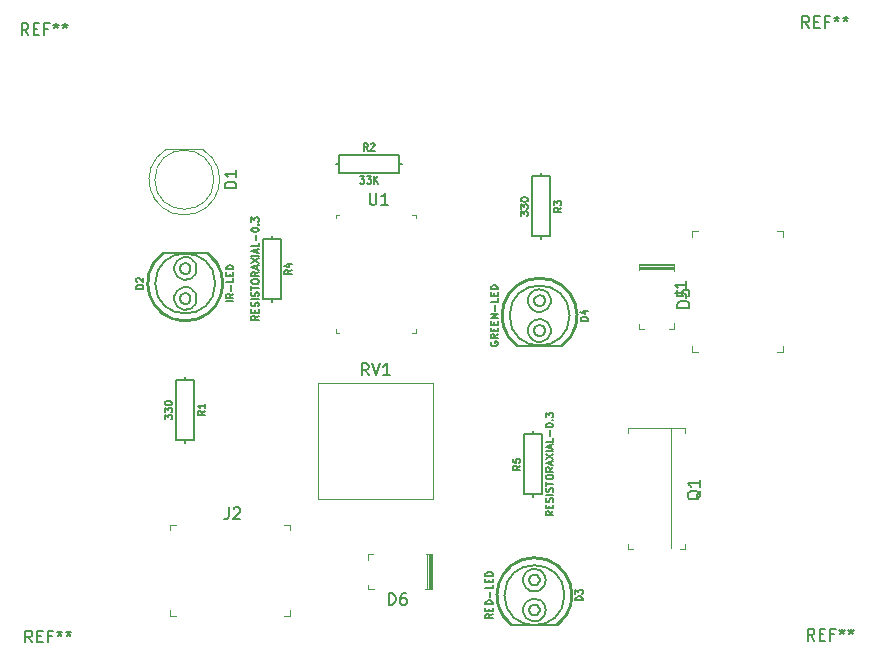
<source format=gbr>
G04 #@! TF.GenerationSoftware,KiCad,Pcbnew,(5.1.2)-2*
G04 #@! TF.CreationDate,2020-03-15T13:57:48-03:00*
G04 #@! TF.ProjectId,InfraRedGelUniversalDispenser,496e6672-6152-4656-9447-656c556e6976,00*
G04 #@! TF.SameCoordinates,Original*
G04 #@! TF.FileFunction,Legend,Top*
G04 #@! TF.FilePolarity,Positive*
%FSLAX46Y46*%
G04 Gerber Fmt 4.6, Leading zero omitted, Abs format (unit mm)*
G04 Created by KiCad (PCBNEW (5.1.2)-2) date 2020-03-15 13:57:48*
%MOMM*%
%LPD*%
G04 APERTURE LIST*
%ADD10C,0.100000*%
%ADD11C,0.254000*%
%ADD12C,0.152400*%
%ADD13C,0.127000*%
%ADD14C,0.203200*%
%ADD15C,0.120000*%
%ADD16C,0.150000*%
G04 APERTURE END LIST*
D10*
X131370201Y-88422801D02*
X131670201Y-88422801D01*
X131370201Y-88122801D02*
X131370201Y-88422801D01*
X138170201Y-88422801D02*
X137870201Y-88422801D01*
X138170201Y-88122801D02*
X138170201Y-88422801D01*
X138170201Y-78422801D02*
X137870201Y-78422801D01*
X138170201Y-78722801D02*
X138170201Y-78422801D01*
X131370201Y-78422801D02*
X131670201Y-78422801D01*
X131370201Y-78722801D02*
X131370201Y-78422801D01*
D11*
X150548468Y-89482197D02*
G75*
G03X146735800Y-89484200I-1907668J2537997D01*
G01*
D12*
X151180800Y-86944200D02*
G75*
G03X151180800Y-86944200I-2540000J0D01*
G01*
D13*
X148206460Y-88310720D02*
X148196300Y-88214200D01*
X148239480Y-88402160D02*
X148206460Y-88310720D01*
X148290280Y-88485980D02*
X148239480Y-88402160D01*
X148358860Y-88557100D02*
X148290280Y-88485980D01*
X148442680Y-88610440D02*
X148358860Y-88557100D01*
X148534120Y-88643460D02*
X148442680Y-88610440D01*
X148633180Y-88653620D02*
X148534120Y-88643460D01*
X148729700Y-88646000D02*
X148633180Y-88653620D01*
X148826220Y-88612980D02*
X148729700Y-88646000D01*
X148912580Y-88562180D02*
X148826220Y-88612980D01*
X148983700Y-88491060D02*
X148912580Y-88562180D01*
X149039580Y-88407240D02*
X148983700Y-88491060D01*
X149072600Y-88313260D02*
X149039580Y-88407240D01*
X149085300Y-88214200D02*
X149072600Y-88313260D01*
X149072600Y-88112600D02*
X149085300Y-88214200D01*
X149037040Y-88016080D02*
X149072600Y-88112600D01*
X148981160Y-87932260D02*
X149037040Y-88016080D01*
X148904960Y-87861140D02*
X148981160Y-87932260D01*
X148818600Y-87807800D02*
X148904960Y-87861140D01*
X148722080Y-87777320D02*
X148818600Y-87807800D01*
X148623020Y-87769700D02*
X148722080Y-87777320D01*
X148526500Y-87782400D02*
X148623020Y-87769700D01*
X148435060Y-87815420D02*
X148526500Y-87782400D01*
X148353780Y-87868760D02*
X148435060Y-87815420D01*
X148285200Y-87939880D02*
X148353780Y-87868760D01*
X148236940Y-88023700D02*
X148285200Y-87939880D01*
X148206460Y-88115140D02*
X148236940Y-88023700D01*
X148196300Y-88214200D02*
X148206460Y-88115140D01*
X147706080Y-88399620D02*
X147688300Y-88214200D01*
X147756880Y-88574880D02*
X147706080Y-88399620D01*
X147840700Y-88737440D02*
X147756880Y-88574880D01*
X147957540Y-88882220D02*
X147840700Y-88737440D01*
X148097240Y-88999060D02*
X147957540Y-88882220D01*
X148259800Y-89087960D02*
X148097240Y-88999060D01*
X148435060Y-89143840D02*
X148259800Y-89087960D01*
X148615400Y-89164160D02*
X148435060Y-89143840D01*
X148780500Y-89151460D02*
X148615400Y-89164160D01*
X148945600Y-89110820D02*
X148780500Y-89151460D01*
X149098000Y-89039700D02*
X148945600Y-89110820D01*
X149237700Y-88945720D02*
X149098000Y-89039700D01*
X149357080Y-88828880D02*
X149237700Y-88945720D01*
X149456140Y-88694260D02*
X149357080Y-88828880D01*
X149529800Y-88541860D02*
X149456140Y-88694260D01*
X149575520Y-88379300D02*
X149529800Y-88541860D01*
X149593300Y-88214200D02*
X149575520Y-88379300D01*
X149575520Y-88046560D02*
X149593300Y-88214200D01*
X149529800Y-87884000D02*
X149575520Y-88046560D01*
X149456140Y-87731600D02*
X149529800Y-87884000D01*
X149359620Y-87596980D02*
X149456140Y-87731600D01*
X149240240Y-87477600D02*
X149359620Y-87596980D01*
X149100540Y-87383620D02*
X149240240Y-87477600D01*
X148948140Y-87315040D02*
X149100540Y-87383620D01*
X148783040Y-87274400D02*
X148948140Y-87315040D01*
X148620480Y-87261700D02*
X148783040Y-87274400D01*
X148435060Y-87282020D02*
X148620480Y-87261700D01*
X148259800Y-87337900D02*
X148435060Y-87282020D01*
X148097240Y-87426800D02*
X148259800Y-87337900D01*
X147957540Y-87546180D02*
X148097240Y-87426800D01*
X147840700Y-87690960D02*
X147957540Y-87546180D01*
X147756880Y-87853520D02*
X147840700Y-87690960D01*
X147706080Y-88031320D02*
X147756880Y-87853520D01*
X147688300Y-88214200D02*
X147706080Y-88031320D01*
X148206460Y-85773260D02*
X148196300Y-85674200D01*
X148239480Y-85864700D02*
X148206460Y-85773260D01*
X148290280Y-85948520D02*
X148239480Y-85864700D01*
X148358860Y-86019640D02*
X148290280Y-85948520D01*
X148442680Y-86072980D02*
X148358860Y-86019640D01*
X148534120Y-86106000D02*
X148442680Y-86072980D01*
X148633180Y-86116160D02*
X148534120Y-86106000D01*
X148729700Y-86108540D02*
X148633180Y-86116160D01*
X148826220Y-86075520D02*
X148729700Y-86108540D01*
X148912580Y-86024720D02*
X148826220Y-86075520D01*
X148983700Y-85953600D02*
X148912580Y-86024720D01*
X149039580Y-85869780D02*
X148983700Y-85953600D01*
X149072600Y-85775800D02*
X149039580Y-85869780D01*
X149085300Y-85674200D02*
X149072600Y-85775800D01*
X149072600Y-85575140D02*
X149085300Y-85674200D01*
X149037040Y-85478620D02*
X149072600Y-85575140D01*
X148981160Y-85394800D02*
X149037040Y-85478620D01*
X148904960Y-85323680D02*
X148981160Y-85394800D01*
X148818600Y-85270340D02*
X148904960Y-85323680D01*
X148722080Y-85239860D02*
X148818600Y-85270340D01*
X148623020Y-85229700D02*
X148722080Y-85239860D01*
X148526500Y-85244940D02*
X148623020Y-85229700D01*
X148435060Y-85277960D02*
X148526500Y-85244940D01*
X148353780Y-85331300D02*
X148435060Y-85277960D01*
X148285200Y-85402420D02*
X148353780Y-85331300D01*
X148236940Y-85486240D02*
X148285200Y-85402420D01*
X148206460Y-85577680D02*
X148236940Y-85486240D01*
X148196300Y-85674200D02*
X148206460Y-85577680D01*
X147706080Y-85862160D02*
X147688300Y-85676740D01*
X147756880Y-86037420D02*
X147706080Y-85862160D01*
X147840700Y-86199980D02*
X147756880Y-86037420D01*
X147957540Y-86344760D02*
X147840700Y-86199980D01*
X148097240Y-86461600D02*
X147957540Y-86344760D01*
X148259800Y-86550500D02*
X148097240Y-86461600D01*
X148435060Y-86606380D02*
X148259800Y-86550500D01*
X148615400Y-86626700D02*
X148435060Y-86606380D01*
X148780500Y-86614000D02*
X148615400Y-86626700D01*
X148945600Y-86573360D02*
X148780500Y-86614000D01*
X149098000Y-86502240D02*
X148945600Y-86573360D01*
X149237700Y-86408260D02*
X149098000Y-86502240D01*
X149357080Y-86291420D02*
X149237700Y-86408260D01*
X149456140Y-86156800D02*
X149357080Y-86291420D01*
X149529800Y-86004400D02*
X149456140Y-86156800D01*
X149575520Y-85841840D02*
X149529800Y-86004400D01*
X149593300Y-85674200D02*
X149575520Y-85841840D01*
X149575520Y-85509100D02*
X149593300Y-85674200D01*
X149529800Y-85346540D02*
X149575520Y-85509100D01*
X149456140Y-85194140D02*
X149529800Y-85346540D01*
X149359620Y-85059520D02*
X149456140Y-85194140D01*
X149240240Y-84940140D02*
X149359620Y-85059520D01*
X149100540Y-84846160D02*
X149240240Y-84940140D01*
X148948140Y-84777580D02*
X149100540Y-84846160D01*
X148783040Y-84736940D02*
X148948140Y-84777580D01*
X148620480Y-84724240D02*
X148783040Y-84736940D01*
X148435060Y-84744560D02*
X148620480Y-84724240D01*
X148259800Y-84800440D02*
X148435060Y-84744560D01*
X148097240Y-84889340D02*
X148259800Y-84800440D01*
X147957540Y-85008720D02*
X148097240Y-84889340D01*
X147840700Y-85153500D02*
X147957540Y-85008720D01*
X147756880Y-85316060D02*
X147840700Y-85153500D01*
X147706080Y-85493860D02*
X147756880Y-85316060D01*
X147688300Y-85676740D02*
X147706080Y-85493860D01*
D14*
X146735800Y-89484200D02*
X150545800Y-89484200D01*
X146735800Y-89484200D02*
X150545800Y-89484200D01*
D11*
X150116668Y-113154997D02*
G75*
G03X146304000Y-113157000I-1907668J2537997D01*
G01*
D12*
X150749000Y-110617000D02*
G75*
G03X150749000Y-110617000I-2540000J0D01*
G01*
D13*
X147774660Y-111983520D02*
X147764500Y-111887000D01*
X147807680Y-112074960D02*
X147774660Y-111983520D01*
X147858480Y-112158780D02*
X147807680Y-112074960D01*
X147927060Y-112229900D02*
X147858480Y-112158780D01*
X148010880Y-112283240D02*
X147927060Y-112229900D01*
X148102320Y-112316260D02*
X148010880Y-112283240D01*
X148201380Y-112326420D02*
X148102320Y-112316260D01*
X148297900Y-112318800D02*
X148201380Y-112326420D01*
X148394420Y-112285780D02*
X148297900Y-112318800D01*
X148480780Y-112234980D02*
X148394420Y-112285780D01*
X148551900Y-112163860D02*
X148480780Y-112234980D01*
X148607780Y-112080040D02*
X148551900Y-112163860D01*
X148640800Y-111986060D02*
X148607780Y-112080040D01*
X148653500Y-111887000D02*
X148640800Y-111986060D01*
X148640800Y-111785400D02*
X148653500Y-111887000D01*
X148605240Y-111688880D02*
X148640800Y-111785400D01*
X148549360Y-111605060D02*
X148605240Y-111688880D01*
X148473160Y-111533940D02*
X148549360Y-111605060D01*
X148386800Y-111480600D02*
X148473160Y-111533940D01*
X148290280Y-111450120D02*
X148386800Y-111480600D01*
X148191220Y-111442500D02*
X148290280Y-111450120D01*
X148094700Y-111455200D02*
X148191220Y-111442500D01*
X148003260Y-111488220D02*
X148094700Y-111455200D01*
X147921980Y-111541560D02*
X148003260Y-111488220D01*
X147853400Y-111612680D02*
X147921980Y-111541560D01*
X147805140Y-111696500D02*
X147853400Y-111612680D01*
X147774660Y-111787940D02*
X147805140Y-111696500D01*
X147764500Y-111887000D02*
X147774660Y-111787940D01*
X147274280Y-112072420D02*
X147256500Y-111887000D01*
X147325080Y-112247680D02*
X147274280Y-112072420D01*
X147408900Y-112410240D02*
X147325080Y-112247680D01*
X147525740Y-112555020D02*
X147408900Y-112410240D01*
X147665440Y-112671860D02*
X147525740Y-112555020D01*
X147828000Y-112760760D02*
X147665440Y-112671860D01*
X148003260Y-112816640D02*
X147828000Y-112760760D01*
X148183600Y-112836960D02*
X148003260Y-112816640D01*
X148348700Y-112824260D02*
X148183600Y-112836960D01*
X148513800Y-112783620D02*
X148348700Y-112824260D01*
X148666200Y-112712500D02*
X148513800Y-112783620D01*
X148805900Y-112618520D02*
X148666200Y-112712500D01*
X148925280Y-112501680D02*
X148805900Y-112618520D01*
X149024340Y-112367060D02*
X148925280Y-112501680D01*
X149098000Y-112214660D02*
X149024340Y-112367060D01*
X149143720Y-112052100D02*
X149098000Y-112214660D01*
X149161500Y-111887000D02*
X149143720Y-112052100D01*
X149143720Y-111719360D02*
X149161500Y-111887000D01*
X149098000Y-111556800D02*
X149143720Y-111719360D01*
X149024340Y-111404400D02*
X149098000Y-111556800D01*
X148927820Y-111269780D02*
X149024340Y-111404400D01*
X148808440Y-111150400D02*
X148927820Y-111269780D01*
X148668740Y-111056420D02*
X148808440Y-111150400D01*
X148516340Y-110987840D02*
X148668740Y-111056420D01*
X148351240Y-110947200D02*
X148516340Y-110987840D01*
X148188680Y-110934500D02*
X148351240Y-110947200D01*
X148003260Y-110954820D02*
X148188680Y-110934500D01*
X147828000Y-111010700D02*
X148003260Y-110954820D01*
X147665440Y-111099600D02*
X147828000Y-111010700D01*
X147525740Y-111218980D02*
X147665440Y-111099600D01*
X147408900Y-111363760D02*
X147525740Y-111218980D01*
X147325080Y-111526320D02*
X147408900Y-111363760D01*
X147274280Y-111704120D02*
X147325080Y-111526320D01*
X147256500Y-111887000D02*
X147274280Y-111704120D01*
X147774660Y-109446060D02*
X147764500Y-109347000D01*
X147807680Y-109537500D02*
X147774660Y-109446060D01*
X147858480Y-109621320D02*
X147807680Y-109537500D01*
X147927060Y-109692440D02*
X147858480Y-109621320D01*
X148010880Y-109745780D02*
X147927060Y-109692440D01*
X148102320Y-109778800D02*
X148010880Y-109745780D01*
X148201380Y-109788960D02*
X148102320Y-109778800D01*
X148297900Y-109781340D02*
X148201380Y-109788960D01*
X148394420Y-109748320D02*
X148297900Y-109781340D01*
X148480780Y-109697520D02*
X148394420Y-109748320D01*
X148551900Y-109626400D02*
X148480780Y-109697520D01*
X148607780Y-109542580D02*
X148551900Y-109626400D01*
X148640800Y-109448600D02*
X148607780Y-109542580D01*
X148653500Y-109347000D02*
X148640800Y-109448600D01*
X148640800Y-109247940D02*
X148653500Y-109347000D01*
X148605240Y-109151420D02*
X148640800Y-109247940D01*
X148549360Y-109067600D02*
X148605240Y-109151420D01*
X148473160Y-108996480D02*
X148549360Y-109067600D01*
X148386800Y-108943140D02*
X148473160Y-108996480D01*
X148290280Y-108912660D02*
X148386800Y-108943140D01*
X148191220Y-108902500D02*
X148290280Y-108912660D01*
X148094700Y-108917740D02*
X148191220Y-108902500D01*
X148003260Y-108950760D02*
X148094700Y-108917740D01*
X147921980Y-109004100D02*
X148003260Y-108950760D01*
X147853400Y-109075220D02*
X147921980Y-109004100D01*
X147805140Y-109159040D02*
X147853400Y-109075220D01*
X147774660Y-109250480D02*
X147805140Y-109159040D01*
X147764500Y-109347000D02*
X147774660Y-109250480D01*
X147274280Y-109534960D02*
X147256500Y-109349540D01*
X147325080Y-109710220D02*
X147274280Y-109534960D01*
X147408900Y-109872780D02*
X147325080Y-109710220D01*
X147525740Y-110017560D02*
X147408900Y-109872780D01*
X147665440Y-110134400D02*
X147525740Y-110017560D01*
X147828000Y-110223300D02*
X147665440Y-110134400D01*
X148003260Y-110279180D02*
X147828000Y-110223300D01*
X148183600Y-110299500D02*
X148003260Y-110279180D01*
X148348700Y-110286800D02*
X148183600Y-110299500D01*
X148513800Y-110246160D02*
X148348700Y-110286800D01*
X148666200Y-110175040D02*
X148513800Y-110246160D01*
X148805900Y-110081060D02*
X148666200Y-110175040D01*
X148925280Y-109964220D02*
X148805900Y-110081060D01*
X149024340Y-109829600D02*
X148925280Y-109964220D01*
X149098000Y-109677200D02*
X149024340Y-109829600D01*
X149143720Y-109514640D02*
X149098000Y-109677200D01*
X149161500Y-109347000D02*
X149143720Y-109514640D01*
X149143720Y-109181900D02*
X149161500Y-109347000D01*
X149098000Y-109019340D02*
X149143720Y-109181900D01*
X149024340Y-108866940D02*
X149098000Y-109019340D01*
X148927820Y-108732320D02*
X149024340Y-108866940D01*
X148808440Y-108612940D02*
X148927820Y-108732320D01*
X148668740Y-108518960D02*
X148808440Y-108612940D01*
X148516340Y-108450380D02*
X148668740Y-108518960D01*
X148351240Y-108409740D02*
X148516340Y-108450380D01*
X148188680Y-108397040D02*
X148351240Y-108409740D01*
X148003260Y-108417360D02*
X148188680Y-108397040D01*
X147828000Y-108473240D02*
X148003260Y-108417360D01*
X147665440Y-108562140D02*
X147828000Y-108473240D01*
X147525740Y-108681520D02*
X147665440Y-108562140D01*
X147408900Y-108826300D02*
X147525740Y-108681520D01*
X147325080Y-108988860D02*
X147408900Y-108826300D01*
X147274280Y-109166660D02*
X147325080Y-108988860D01*
X147256500Y-109349540D02*
X147274280Y-109166660D01*
D14*
X146304000Y-113157000D02*
X150114000Y-113157000D01*
X146304000Y-113157000D02*
X150114000Y-113157000D01*
D11*
X116735732Y-81688403D02*
G75*
G03X120548400Y-81686400I1907668J-2537997D01*
G01*
D12*
X121183400Y-84226400D02*
G75*
G03X121183400Y-84226400I-2540000J0D01*
G01*
D13*
X119077740Y-82859880D02*
X119087900Y-82956400D01*
X119044720Y-82768440D02*
X119077740Y-82859880D01*
X118993920Y-82684620D02*
X119044720Y-82768440D01*
X118925340Y-82613500D02*
X118993920Y-82684620D01*
X118841520Y-82560160D02*
X118925340Y-82613500D01*
X118750080Y-82527140D02*
X118841520Y-82560160D01*
X118651020Y-82516980D02*
X118750080Y-82527140D01*
X118554500Y-82524600D02*
X118651020Y-82516980D01*
X118457980Y-82557620D02*
X118554500Y-82524600D01*
X118371620Y-82608420D02*
X118457980Y-82557620D01*
X118300500Y-82679540D02*
X118371620Y-82608420D01*
X118244620Y-82763360D02*
X118300500Y-82679540D01*
X118211600Y-82857340D02*
X118244620Y-82763360D01*
X118198900Y-82956400D02*
X118211600Y-82857340D01*
X118211600Y-83058000D02*
X118198900Y-82956400D01*
X118247160Y-83154520D02*
X118211600Y-83058000D01*
X118303040Y-83238340D02*
X118247160Y-83154520D01*
X118379240Y-83309460D02*
X118303040Y-83238340D01*
X118465600Y-83362800D02*
X118379240Y-83309460D01*
X118562120Y-83393280D02*
X118465600Y-83362800D01*
X118661180Y-83400900D02*
X118562120Y-83393280D01*
X118757700Y-83388200D02*
X118661180Y-83400900D01*
X118849140Y-83355180D02*
X118757700Y-83388200D01*
X118930420Y-83301840D02*
X118849140Y-83355180D01*
X118999000Y-83230720D02*
X118930420Y-83301840D01*
X119047260Y-83146900D02*
X118999000Y-83230720D01*
X119077740Y-83055460D02*
X119047260Y-83146900D01*
X119087900Y-82956400D02*
X119077740Y-83055460D01*
X119578120Y-82770980D02*
X119595900Y-82956400D01*
X119527320Y-82595720D02*
X119578120Y-82770980D01*
X119443500Y-82433160D02*
X119527320Y-82595720D01*
X119326660Y-82288380D02*
X119443500Y-82433160D01*
X119186960Y-82171540D02*
X119326660Y-82288380D01*
X119024400Y-82082640D02*
X119186960Y-82171540D01*
X118849140Y-82026760D02*
X119024400Y-82082640D01*
X118668800Y-82006440D02*
X118849140Y-82026760D01*
X118503700Y-82019140D02*
X118668800Y-82006440D01*
X118338600Y-82059780D02*
X118503700Y-82019140D01*
X118186200Y-82130900D02*
X118338600Y-82059780D01*
X118046500Y-82224880D02*
X118186200Y-82130900D01*
X117927120Y-82341720D02*
X118046500Y-82224880D01*
X117828060Y-82476340D02*
X117927120Y-82341720D01*
X117754400Y-82628740D02*
X117828060Y-82476340D01*
X117708680Y-82791300D02*
X117754400Y-82628740D01*
X117690900Y-82956400D02*
X117708680Y-82791300D01*
X117708680Y-83124040D02*
X117690900Y-82956400D01*
X117754400Y-83286600D02*
X117708680Y-83124040D01*
X117828060Y-83439000D02*
X117754400Y-83286600D01*
X117924580Y-83573620D02*
X117828060Y-83439000D01*
X118043960Y-83693000D02*
X117924580Y-83573620D01*
X118183660Y-83786980D02*
X118043960Y-83693000D01*
X118336060Y-83855560D02*
X118183660Y-83786980D01*
X118501160Y-83896200D02*
X118336060Y-83855560D01*
X118663720Y-83908900D02*
X118501160Y-83896200D01*
X118849140Y-83888580D02*
X118663720Y-83908900D01*
X119024400Y-83832700D02*
X118849140Y-83888580D01*
X119186960Y-83743800D02*
X119024400Y-83832700D01*
X119326660Y-83624420D02*
X119186960Y-83743800D01*
X119443500Y-83479640D02*
X119326660Y-83624420D01*
X119527320Y-83317080D02*
X119443500Y-83479640D01*
X119578120Y-83139280D02*
X119527320Y-83317080D01*
X119595900Y-82956400D02*
X119578120Y-83139280D01*
X119077740Y-85397340D02*
X119087900Y-85496400D01*
X119044720Y-85305900D02*
X119077740Y-85397340D01*
X118993920Y-85222080D02*
X119044720Y-85305900D01*
X118925340Y-85150960D02*
X118993920Y-85222080D01*
X118841520Y-85097620D02*
X118925340Y-85150960D01*
X118750080Y-85064600D02*
X118841520Y-85097620D01*
X118651020Y-85054440D02*
X118750080Y-85064600D01*
X118554500Y-85062060D02*
X118651020Y-85054440D01*
X118457980Y-85095080D02*
X118554500Y-85062060D01*
X118371620Y-85145880D02*
X118457980Y-85095080D01*
X118300500Y-85217000D02*
X118371620Y-85145880D01*
X118244620Y-85300820D02*
X118300500Y-85217000D01*
X118211600Y-85394800D02*
X118244620Y-85300820D01*
X118198900Y-85496400D02*
X118211600Y-85394800D01*
X118211600Y-85595460D02*
X118198900Y-85496400D01*
X118247160Y-85691980D02*
X118211600Y-85595460D01*
X118303040Y-85775800D02*
X118247160Y-85691980D01*
X118379240Y-85846920D02*
X118303040Y-85775800D01*
X118465600Y-85900260D02*
X118379240Y-85846920D01*
X118562120Y-85930740D02*
X118465600Y-85900260D01*
X118661180Y-85940900D02*
X118562120Y-85930740D01*
X118757700Y-85925660D02*
X118661180Y-85940900D01*
X118849140Y-85892640D02*
X118757700Y-85925660D01*
X118930420Y-85839300D02*
X118849140Y-85892640D01*
X118999000Y-85768180D02*
X118930420Y-85839300D01*
X119047260Y-85684360D02*
X118999000Y-85768180D01*
X119077740Y-85592920D02*
X119047260Y-85684360D01*
X119087900Y-85496400D02*
X119077740Y-85592920D01*
X119578120Y-85308440D02*
X119595900Y-85493860D01*
X119527320Y-85133180D02*
X119578120Y-85308440D01*
X119443500Y-84970620D02*
X119527320Y-85133180D01*
X119326660Y-84825840D02*
X119443500Y-84970620D01*
X119186960Y-84709000D02*
X119326660Y-84825840D01*
X119024400Y-84620100D02*
X119186960Y-84709000D01*
X118849140Y-84564220D02*
X119024400Y-84620100D01*
X118668800Y-84543900D02*
X118849140Y-84564220D01*
X118503700Y-84556600D02*
X118668800Y-84543900D01*
X118338600Y-84597240D02*
X118503700Y-84556600D01*
X118186200Y-84668360D02*
X118338600Y-84597240D01*
X118046500Y-84762340D02*
X118186200Y-84668360D01*
X117927120Y-84879180D02*
X118046500Y-84762340D01*
X117828060Y-85013800D02*
X117927120Y-84879180D01*
X117754400Y-85166200D02*
X117828060Y-85013800D01*
X117708680Y-85328760D02*
X117754400Y-85166200D01*
X117690900Y-85496400D02*
X117708680Y-85328760D01*
X117708680Y-85661500D02*
X117690900Y-85496400D01*
X117754400Y-85824060D02*
X117708680Y-85661500D01*
X117828060Y-85976460D02*
X117754400Y-85824060D01*
X117924580Y-86111080D02*
X117828060Y-85976460D01*
X118043960Y-86230460D02*
X117924580Y-86111080D01*
X118183660Y-86324440D02*
X118043960Y-86230460D01*
X118336060Y-86393020D02*
X118183660Y-86324440D01*
X118501160Y-86433660D02*
X118336060Y-86393020D01*
X118663720Y-86446360D02*
X118501160Y-86433660D01*
X118849140Y-86426040D02*
X118663720Y-86446360D01*
X119024400Y-86370160D02*
X118849140Y-86426040D01*
X119186960Y-86281260D02*
X119024400Y-86370160D01*
X119326660Y-86161880D02*
X119186960Y-86281260D01*
X119443500Y-86017100D02*
X119326660Y-86161880D01*
X119527320Y-85854540D02*
X119443500Y-86017100D01*
X119578120Y-85676740D02*
X119527320Y-85854540D01*
X119595900Y-85493860D02*
X119578120Y-85676740D01*
D14*
X120548400Y-81686400D02*
X116738400Y-81686400D01*
X120548400Y-81686400D02*
X116738400Y-81686400D01*
D10*
X160921400Y-106700000D02*
X160521400Y-106700000D01*
X160921400Y-106300000D02*
X160921400Y-106700000D01*
X160921400Y-96500000D02*
X160921400Y-96900000D01*
X160921400Y-96500000D02*
X160521400Y-96500000D01*
X156121400Y-96500000D02*
X156121400Y-96900000D01*
X156121400Y-96500000D02*
X160521400Y-96500000D01*
X156121400Y-106700000D02*
X156121400Y-106300000D01*
X156121400Y-106700000D02*
X156521400Y-106700000D01*
X159811400Y-96500000D02*
X159811400Y-106600000D01*
X127542600Y-104684200D02*
X127042600Y-104684200D01*
X127542600Y-104684200D02*
X127542600Y-105134200D01*
X117342600Y-104684200D02*
X117342600Y-105134200D01*
X117342600Y-104684200D02*
X117842600Y-104684200D01*
X117342600Y-112384200D02*
X117842600Y-112384200D01*
X117342600Y-112384200D02*
X117342600Y-111884200D01*
X127542600Y-112384200D02*
X127542600Y-111884200D01*
X127542600Y-112384200D02*
X127042600Y-112384200D01*
X161580200Y-79801400D02*
X161580200Y-80301400D01*
X161580200Y-79801400D02*
X162030200Y-79801400D01*
X161580200Y-90001400D02*
X162030200Y-90001400D01*
X161580200Y-90001400D02*
X161580200Y-89501400D01*
X169280200Y-90001400D02*
X169280200Y-89501400D01*
X169280200Y-90001400D02*
X168780200Y-90001400D01*
X169280200Y-79801400D02*
X168780200Y-79801400D01*
X169280200Y-79801400D02*
X169280200Y-80301400D01*
X139152200Y-110110800D02*
X139152200Y-107160800D01*
X139252200Y-110110800D02*
X139252200Y-107160800D01*
X139352200Y-110110800D02*
X139352200Y-107160800D01*
X139452200Y-110110800D02*
X139452200Y-107160800D01*
X134102200Y-110110800D02*
X134102200Y-109735800D01*
X134602200Y-110110800D02*
X134102200Y-110110800D01*
X134102200Y-107160800D02*
X134502200Y-107160800D01*
X134102200Y-107610800D02*
X134102200Y-107160800D01*
X139552200Y-110110800D02*
X139552200Y-107160800D01*
X138952200Y-110110800D02*
X139552200Y-110110800D01*
X139552200Y-107160800D02*
X139052200Y-107160800D01*
X159996400Y-82996200D02*
X157046400Y-82996200D01*
X159996400Y-82896200D02*
X157046400Y-82896200D01*
X159996400Y-82796200D02*
X157046400Y-82796200D01*
X159996400Y-82696200D02*
X157046400Y-82696200D01*
X159996400Y-88046200D02*
X159621400Y-88046200D01*
X159996400Y-87546200D02*
X159996400Y-88046200D01*
X157046400Y-88046200D02*
X157046400Y-87646200D01*
X157496400Y-88046200D02*
X157046400Y-88046200D01*
X159996400Y-82596200D02*
X157046400Y-82596200D01*
X159996400Y-83196200D02*
X159996400Y-82596200D01*
X157046400Y-82596200D02*
X157046400Y-83096200D01*
D15*
X118567662Y-78428000D02*
G75*
G02X117022370Y-72878000I-462J2990000D01*
G01*
X118566738Y-78428000D02*
G75*
G03X120112030Y-72878000I462J2990000D01*
G01*
X121067200Y-75438000D02*
G75*
G03X121067200Y-75438000I-2500000J0D01*
G01*
X120112200Y-72878000D02*
X117022200Y-72878000D01*
X139645400Y-92676400D02*
X139645400Y-102446400D01*
X129875400Y-92676400D02*
X129875400Y-102446400D01*
X129875400Y-102446400D02*
X139645400Y-102446400D01*
X129875400Y-92676400D02*
X139645400Y-92676400D01*
D14*
X147345400Y-102082600D02*
X147345400Y-97002600D01*
X147345400Y-97002600D02*
X148107400Y-97002600D01*
X148107400Y-97002600D02*
X148869400Y-97002600D01*
X148869400Y-97002600D02*
X148869400Y-102082600D01*
X148869400Y-102082600D02*
X148107400Y-102082600D01*
X148107400Y-102082600D02*
X147345400Y-102082600D01*
X148107400Y-97002600D02*
X148107400Y-96748600D01*
X148107400Y-102082600D02*
X148107400Y-102336600D01*
X125984000Y-80441800D02*
X125984000Y-80187800D01*
X125984000Y-85521800D02*
X125984000Y-85775800D01*
X125984000Y-80441800D02*
X126746000Y-80441800D01*
X125222000Y-80441800D02*
X125984000Y-80441800D01*
X125222000Y-85521800D02*
X125222000Y-80441800D01*
X125984000Y-85521800D02*
X125222000Y-85521800D01*
X126746000Y-85521800D02*
X125984000Y-85521800D01*
X126746000Y-80441800D02*
X126746000Y-85521800D01*
X148793200Y-75158600D02*
X148793200Y-74904600D01*
X148793200Y-80238600D02*
X148793200Y-80492600D01*
X148793200Y-75158600D02*
X149555200Y-75158600D01*
X148031200Y-75158600D02*
X148793200Y-75158600D01*
X148031200Y-80238600D02*
X148031200Y-75158600D01*
X148793200Y-80238600D02*
X148031200Y-80238600D01*
X149555200Y-80238600D02*
X148793200Y-80238600D01*
X149555200Y-75158600D02*
X149555200Y-80238600D01*
X131673600Y-74091800D02*
X131419600Y-74091800D01*
X136753600Y-74091800D02*
X137007600Y-74091800D01*
X131673600Y-74091800D02*
X131673600Y-73329800D01*
X131673600Y-74853800D02*
X131673600Y-74091800D01*
X136753600Y-74853800D02*
X131673600Y-74853800D01*
X136753600Y-74091800D02*
X136753600Y-74853800D01*
X136753600Y-73329800D02*
X136753600Y-74091800D01*
X131673600Y-73329800D02*
X136753600Y-73329800D01*
X118643400Y-92379800D02*
X118643400Y-92125800D01*
X118643400Y-97459800D02*
X118643400Y-97713800D01*
X118643400Y-92379800D02*
X119405400Y-92379800D01*
X117881400Y-92379800D02*
X118643400Y-92379800D01*
X117881400Y-97459800D02*
X117881400Y-92379800D01*
X118643400Y-97459800D02*
X117881400Y-97459800D01*
X119405400Y-97459800D02*
X118643400Y-97459800D01*
X119405400Y-92379800D02*
X119405400Y-97459800D01*
D16*
X105372066Y-63206780D02*
X105038733Y-62730590D01*
X104800638Y-63206780D02*
X104800638Y-62206780D01*
X105181590Y-62206780D01*
X105276828Y-62254400D01*
X105324447Y-62302019D01*
X105372066Y-62397257D01*
X105372066Y-62540114D01*
X105324447Y-62635352D01*
X105276828Y-62682971D01*
X105181590Y-62730590D01*
X104800638Y-62730590D01*
X105800638Y-62682971D02*
X106133971Y-62682971D01*
X106276828Y-63206780D02*
X105800638Y-63206780D01*
X105800638Y-62206780D01*
X106276828Y-62206780D01*
X107038733Y-62682971D02*
X106705400Y-62682971D01*
X106705400Y-63206780D02*
X106705400Y-62206780D01*
X107181590Y-62206780D01*
X107705400Y-62206780D02*
X107705400Y-62444876D01*
X107467304Y-62349638D02*
X107705400Y-62444876D01*
X107943495Y-62349638D01*
X107562542Y-62635352D02*
X107705400Y-62444876D01*
X107848257Y-62635352D01*
X108467304Y-62206780D02*
X108467304Y-62444876D01*
X108229209Y-62349638D02*
X108467304Y-62444876D01*
X108705400Y-62349638D01*
X108324447Y-62635352D02*
X108467304Y-62444876D01*
X108610161Y-62635352D01*
X105676866Y-114616380D02*
X105343533Y-114140190D01*
X105105438Y-114616380D02*
X105105438Y-113616380D01*
X105486390Y-113616380D01*
X105581628Y-113664000D01*
X105629247Y-113711619D01*
X105676866Y-113806857D01*
X105676866Y-113949714D01*
X105629247Y-114044952D01*
X105581628Y-114092571D01*
X105486390Y-114140190D01*
X105105438Y-114140190D01*
X106105438Y-114092571D02*
X106438771Y-114092571D01*
X106581628Y-114616380D02*
X106105438Y-114616380D01*
X106105438Y-113616380D01*
X106581628Y-113616380D01*
X107343533Y-114092571D02*
X107010200Y-114092571D01*
X107010200Y-114616380D02*
X107010200Y-113616380D01*
X107486390Y-113616380D01*
X108010200Y-113616380D02*
X108010200Y-113854476D01*
X107772104Y-113759238D02*
X108010200Y-113854476D01*
X108248295Y-113759238D01*
X107867342Y-114044952D02*
X108010200Y-113854476D01*
X108153057Y-114044952D01*
X108772104Y-113616380D02*
X108772104Y-113854476D01*
X108534009Y-113759238D02*
X108772104Y-113854476D01*
X109010200Y-113759238D01*
X108629247Y-114044952D02*
X108772104Y-113854476D01*
X108914961Y-114044952D01*
X171920066Y-114463980D02*
X171586733Y-113987790D01*
X171348638Y-114463980D02*
X171348638Y-113463980D01*
X171729590Y-113463980D01*
X171824828Y-113511600D01*
X171872447Y-113559219D01*
X171920066Y-113654457D01*
X171920066Y-113797314D01*
X171872447Y-113892552D01*
X171824828Y-113940171D01*
X171729590Y-113987790D01*
X171348638Y-113987790D01*
X172348638Y-113940171D02*
X172681971Y-113940171D01*
X172824828Y-114463980D02*
X172348638Y-114463980D01*
X172348638Y-113463980D01*
X172824828Y-113463980D01*
X173586733Y-113940171D02*
X173253400Y-113940171D01*
X173253400Y-114463980D02*
X173253400Y-113463980D01*
X173729590Y-113463980D01*
X174253400Y-113463980D02*
X174253400Y-113702076D01*
X174015304Y-113606838D02*
X174253400Y-113702076D01*
X174491495Y-113606838D01*
X174110542Y-113892552D02*
X174253400Y-113702076D01*
X174396257Y-113892552D01*
X175015304Y-113463980D02*
X175015304Y-113702076D01*
X174777209Y-113606838D02*
X175015304Y-113702076D01*
X175253400Y-113606838D01*
X174872447Y-113892552D02*
X175015304Y-113702076D01*
X175158161Y-113892552D01*
X171462866Y-62597180D02*
X171129533Y-62120990D01*
X170891438Y-62597180D02*
X170891438Y-61597180D01*
X171272390Y-61597180D01*
X171367628Y-61644800D01*
X171415247Y-61692419D01*
X171462866Y-61787657D01*
X171462866Y-61930514D01*
X171415247Y-62025752D01*
X171367628Y-62073371D01*
X171272390Y-62120990D01*
X170891438Y-62120990D01*
X171891438Y-62073371D02*
X172224771Y-62073371D01*
X172367628Y-62597180D02*
X171891438Y-62597180D01*
X171891438Y-61597180D01*
X172367628Y-61597180D01*
X173129533Y-62073371D02*
X172796200Y-62073371D01*
X172796200Y-62597180D02*
X172796200Y-61597180D01*
X173272390Y-61597180D01*
X173796200Y-61597180D02*
X173796200Y-61835276D01*
X173558104Y-61740038D02*
X173796200Y-61835276D01*
X174034295Y-61740038D01*
X173653342Y-62025752D02*
X173796200Y-61835276D01*
X173939057Y-62025752D01*
X174558104Y-61597180D02*
X174558104Y-61835276D01*
X174320009Y-61740038D02*
X174558104Y-61835276D01*
X174796200Y-61740038D01*
X174415247Y-62025752D02*
X174558104Y-61835276D01*
X174700961Y-62025752D01*
X134258296Y-76555181D02*
X134258296Y-77364705D01*
X134305915Y-77459943D01*
X134353534Y-77507562D01*
X134448772Y-77555181D01*
X134639248Y-77555181D01*
X134734486Y-77507562D01*
X134782105Y-77459943D01*
X134829724Y-77364705D01*
X134829724Y-76555181D01*
X135829724Y-77555181D02*
X135258296Y-77555181D01*
X135544010Y-77555181D02*
X135544010Y-76555181D01*
X135448772Y-76698039D01*
X135353534Y-76793277D01*
X135258296Y-76840896D01*
D13*
X152726571Y-87394142D02*
X152116971Y-87394142D01*
X152116971Y-87249000D01*
X152146000Y-87161914D01*
X152204057Y-87103857D01*
X152262114Y-87074828D01*
X152378228Y-87045800D01*
X152465314Y-87045800D01*
X152581428Y-87074828D01*
X152639485Y-87103857D01*
X152697542Y-87161914D01*
X152726571Y-87249000D01*
X152726571Y-87394142D01*
X152320171Y-86523285D02*
X152726571Y-86523285D01*
X152087942Y-86668428D02*
X152523371Y-86813571D01*
X152523371Y-86436200D01*
X144526000Y-89164885D02*
X144496971Y-89222942D01*
X144496971Y-89310028D01*
X144526000Y-89397114D01*
X144584057Y-89455171D01*
X144642114Y-89484200D01*
X144758228Y-89513228D01*
X144845314Y-89513228D01*
X144961428Y-89484200D01*
X145019485Y-89455171D01*
X145077542Y-89397114D01*
X145106571Y-89310028D01*
X145106571Y-89251971D01*
X145077542Y-89164885D01*
X145048514Y-89135857D01*
X144845314Y-89135857D01*
X144845314Y-89251971D01*
X145106571Y-88526257D02*
X144816285Y-88729457D01*
X145106571Y-88874600D02*
X144496971Y-88874600D01*
X144496971Y-88642371D01*
X144526000Y-88584314D01*
X144555028Y-88555285D01*
X144613085Y-88526257D01*
X144700171Y-88526257D01*
X144758228Y-88555285D01*
X144787257Y-88584314D01*
X144816285Y-88642371D01*
X144816285Y-88874600D01*
X144787257Y-88265000D02*
X144787257Y-88061800D01*
X145106571Y-87974714D02*
X145106571Y-88265000D01*
X144496971Y-88265000D01*
X144496971Y-87974714D01*
X144787257Y-87713457D02*
X144787257Y-87510257D01*
X145106571Y-87423171D02*
X145106571Y-87713457D01*
X144496971Y-87713457D01*
X144496971Y-87423171D01*
X145106571Y-87161914D02*
X144496971Y-87161914D01*
X145106571Y-86813571D01*
X144496971Y-86813571D01*
X144874342Y-86523285D02*
X144874342Y-86058828D01*
X145106571Y-85478257D02*
X145106571Y-85768542D01*
X144496971Y-85768542D01*
X144787257Y-85275057D02*
X144787257Y-85071857D01*
X145106571Y-84984771D02*
X145106571Y-85275057D01*
X144496971Y-85275057D01*
X144496971Y-84984771D01*
X145106571Y-84723514D02*
X144496971Y-84723514D01*
X144496971Y-84578371D01*
X144526000Y-84491285D01*
X144584057Y-84433228D01*
X144642114Y-84404200D01*
X144758228Y-84375171D01*
X144845314Y-84375171D01*
X144961428Y-84404200D01*
X145019485Y-84433228D01*
X145077542Y-84491285D01*
X145106571Y-84578371D01*
X145106571Y-84723514D01*
X152294771Y-111066942D02*
X151685171Y-111066942D01*
X151685171Y-110921800D01*
X151714200Y-110834714D01*
X151772257Y-110776657D01*
X151830314Y-110747628D01*
X151946428Y-110718600D01*
X152033514Y-110718600D01*
X152149628Y-110747628D01*
X152207685Y-110776657D01*
X152265742Y-110834714D01*
X152294771Y-110921800D01*
X152294771Y-111066942D01*
X151685171Y-110515400D02*
X151685171Y-110138028D01*
X151917400Y-110341228D01*
X151917400Y-110254142D01*
X151946428Y-110196085D01*
X151975457Y-110167057D01*
X152033514Y-110138028D01*
X152178657Y-110138028D01*
X152236714Y-110167057D01*
X152265742Y-110196085D01*
X152294771Y-110254142D01*
X152294771Y-110428314D01*
X152265742Y-110486371D01*
X152236714Y-110515400D01*
X144674771Y-112213571D02*
X144384485Y-112416771D01*
X144674771Y-112561914D02*
X144065171Y-112561914D01*
X144065171Y-112329685D01*
X144094200Y-112271628D01*
X144123228Y-112242600D01*
X144181285Y-112213571D01*
X144268371Y-112213571D01*
X144326428Y-112242600D01*
X144355457Y-112271628D01*
X144384485Y-112329685D01*
X144384485Y-112561914D01*
X144355457Y-111952314D02*
X144355457Y-111749114D01*
X144674771Y-111662028D02*
X144674771Y-111952314D01*
X144065171Y-111952314D01*
X144065171Y-111662028D01*
X144674771Y-111400771D02*
X144065171Y-111400771D01*
X144065171Y-111255628D01*
X144094200Y-111168542D01*
X144152257Y-111110485D01*
X144210314Y-111081457D01*
X144326428Y-111052428D01*
X144413514Y-111052428D01*
X144529628Y-111081457D01*
X144587685Y-111110485D01*
X144645742Y-111168542D01*
X144674771Y-111255628D01*
X144674771Y-111400771D01*
X144442542Y-110791171D02*
X144442542Y-110326714D01*
X144674771Y-109746142D02*
X144674771Y-110036428D01*
X144065171Y-110036428D01*
X144355457Y-109542942D02*
X144355457Y-109339742D01*
X144674771Y-109252657D02*
X144674771Y-109542942D01*
X144065171Y-109542942D01*
X144065171Y-109252657D01*
X144674771Y-108991400D02*
X144065171Y-108991400D01*
X144065171Y-108846257D01*
X144094200Y-108759171D01*
X144152257Y-108701114D01*
X144210314Y-108672085D01*
X144326428Y-108643057D01*
X144413514Y-108643057D01*
X144529628Y-108672085D01*
X144587685Y-108701114D01*
X144645742Y-108759171D01*
X144674771Y-108846257D01*
X144674771Y-108991400D01*
X115109171Y-84676342D02*
X114499571Y-84676342D01*
X114499571Y-84531200D01*
X114528600Y-84444114D01*
X114586657Y-84386057D01*
X114644714Y-84357028D01*
X114760828Y-84328000D01*
X114847914Y-84328000D01*
X114964028Y-84357028D01*
X115022085Y-84386057D01*
X115080142Y-84444114D01*
X115109171Y-84531200D01*
X115109171Y-84676342D01*
X114557628Y-84095771D02*
X114528600Y-84066742D01*
X114499571Y-84008685D01*
X114499571Y-83863542D01*
X114528600Y-83805485D01*
X114557628Y-83776457D01*
X114615685Y-83747428D01*
X114673742Y-83747428D01*
X114760828Y-83776457D01*
X115109171Y-84124800D01*
X115109171Y-83747428D01*
X122729171Y-85735885D02*
X122119571Y-85735885D01*
X122729171Y-85097257D02*
X122438885Y-85300457D01*
X122729171Y-85445600D02*
X122119571Y-85445600D01*
X122119571Y-85213371D01*
X122148600Y-85155314D01*
X122177628Y-85126285D01*
X122235685Y-85097257D01*
X122322771Y-85097257D01*
X122380828Y-85126285D01*
X122409857Y-85155314D01*
X122438885Y-85213371D01*
X122438885Y-85445600D01*
X122496942Y-84836000D02*
X122496942Y-84371542D01*
X122729171Y-83790971D02*
X122729171Y-84081257D01*
X122119571Y-84081257D01*
X122409857Y-83587771D02*
X122409857Y-83384571D01*
X122729171Y-83297485D02*
X122729171Y-83587771D01*
X122119571Y-83587771D01*
X122119571Y-83297485D01*
X122729171Y-83036228D02*
X122119571Y-83036228D01*
X122119571Y-82891085D01*
X122148600Y-82804000D01*
X122206657Y-82745942D01*
X122264714Y-82716914D01*
X122380828Y-82687885D01*
X122467914Y-82687885D01*
X122584028Y-82716914D01*
X122642085Y-82745942D01*
X122700142Y-82804000D01*
X122729171Y-82891085D01*
X122729171Y-83036228D01*
D16*
X162289019Y-101775238D02*
X162241400Y-101870476D01*
X162146161Y-101965714D01*
X162003304Y-102108571D01*
X161955685Y-102203809D01*
X161955685Y-102299047D01*
X162193780Y-102251428D02*
X162146161Y-102346666D01*
X162050923Y-102441904D01*
X161860447Y-102489523D01*
X161527114Y-102489523D01*
X161336638Y-102441904D01*
X161241400Y-102346666D01*
X161193780Y-102251428D01*
X161193780Y-102060952D01*
X161241400Y-101965714D01*
X161336638Y-101870476D01*
X161527114Y-101822857D01*
X161860447Y-101822857D01*
X162050923Y-101870476D01*
X162146161Y-101965714D01*
X162193780Y-102060952D01*
X162193780Y-102251428D01*
X162193780Y-100870476D02*
X162193780Y-101441904D01*
X162193780Y-101156190D02*
X161193780Y-101156190D01*
X161336638Y-101251428D01*
X161431876Y-101346666D01*
X161479495Y-101441904D01*
X122309266Y-103186580D02*
X122309266Y-103900866D01*
X122261647Y-104043723D01*
X122166409Y-104138961D01*
X122023552Y-104186580D01*
X121928314Y-104186580D01*
X122737838Y-103281819D02*
X122785457Y-103234200D01*
X122880695Y-103186580D01*
X123118790Y-103186580D01*
X123214028Y-103234200D01*
X123261647Y-103281819D01*
X123309266Y-103377057D01*
X123309266Y-103472295D01*
X123261647Y-103615152D01*
X122690219Y-104186580D01*
X123309266Y-104186580D01*
X160082580Y-85034733D02*
X160796866Y-85034733D01*
X160939723Y-85082352D01*
X161034961Y-85177590D01*
X161082580Y-85320447D01*
X161082580Y-85415685D01*
X161082580Y-84034733D02*
X161082580Y-84606161D01*
X161082580Y-84320447D02*
X160082580Y-84320447D01*
X160225438Y-84415685D01*
X160320676Y-84510923D01*
X160368295Y-84606161D01*
X135875804Y-111435140D02*
X135875804Y-110435140D01*
X136113900Y-110435140D01*
X136256757Y-110482760D01*
X136351995Y-110577998D01*
X136399614Y-110673236D01*
X136447233Y-110863712D01*
X136447233Y-111006569D01*
X136399614Y-111197045D01*
X136351995Y-111292283D01*
X136256757Y-111387521D01*
X136113900Y-111435140D01*
X135875804Y-111435140D01*
X137304376Y-110435140D02*
X137113900Y-110435140D01*
X137018661Y-110482760D01*
X136971042Y-110530379D01*
X136875804Y-110673236D01*
X136828185Y-110863712D01*
X136828185Y-111244664D01*
X136875804Y-111339902D01*
X136923423Y-111387521D01*
X137018661Y-111435140D01*
X137209138Y-111435140D01*
X137304376Y-111387521D01*
X137351995Y-111339902D01*
X137399614Y-111244664D01*
X137399614Y-111006569D01*
X137351995Y-110911331D01*
X137304376Y-110863712D01*
X137209138Y-110816093D01*
X137018661Y-110816093D01*
X136923423Y-110863712D01*
X136875804Y-110911331D01*
X136828185Y-111006569D01*
X161320740Y-86272595D02*
X160320740Y-86272595D01*
X160320740Y-86034500D01*
X160368360Y-85891642D01*
X160463598Y-85796404D01*
X160558836Y-85748785D01*
X160749312Y-85701166D01*
X160892169Y-85701166D01*
X161082645Y-85748785D01*
X161177883Y-85796404D01*
X161273121Y-85891642D01*
X161320740Y-86034500D01*
X161320740Y-86272595D01*
X160320740Y-84796404D02*
X160320740Y-85272595D01*
X160796931Y-85320214D01*
X160749312Y-85272595D01*
X160701693Y-85177357D01*
X160701693Y-84939261D01*
X160749312Y-84844023D01*
X160796931Y-84796404D01*
X160892169Y-84748785D01*
X161130264Y-84748785D01*
X161225502Y-84796404D01*
X161273121Y-84844023D01*
X161320740Y-84939261D01*
X161320740Y-85177357D01*
X161273121Y-85272595D01*
X161225502Y-85320214D01*
X122979580Y-76176095D02*
X121979580Y-76176095D01*
X121979580Y-75938000D01*
X122027200Y-75795142D01*
X122122438Y-75699904D01*
X122217676Y-75652285D01*
X122408152Y-75604666D01*
X122551009Y-75604666D01*
X122741485Y-75652285D01*
X122836723Y-75699904D01*
X122931961Y-75795142D01*
X122979580Y-75938000D01*
X122979580Y-76176095D01*
X122979580Y-74652285D02*
X122979580Y-75223714D01*
X122979580Y-74938000D02*
X121979580Y-74938000D01*
X122122438Y-75033238D01*
X122217676Y-75128476D01*
X122265295Y-75223714D01*
X134165161Y-91998780D02*
X133831828Y-91522590D01*
X133593733Y-91998780D02*
X133593733Y-90998780D01*
X133974685Y-90998780D01*
X134069923Y-91046400D01*
X134117542Y-91094019D01*
X134165161Y-91189257D01*
X134165161Y-91332114D01*
X134117542Y-91427352D01*
X134069923Y-91474971D01*
X133974685Y-91522590D01*
X133593733Y-91522590D01*
X134450876Y-90998780D02*
X134784209Y-91998780D01*
X135117542Y-90998780D01*
X135974685Y-91998780D02*
X135403257Y-91998780D01*
X135688971Y-91998780D02*
X135688971Y-90998780D01*
X135593733Y-91141638D01*
X135498495Y-91236876D01*
X135403257Y-91284495D01*
D13*
X146986171Y-99644200D02*
X146695885Y-99847400D01*
X146986171Y-99992542D02*
X146376571Y-99992542D01*
X146376571Y-99760314D01*
X146405600Y-99702257D01*
X146434628Y-99673228D01*
X146492685Y-99644200D01*
X146579771Y-99644200D01*
X146637828Y-99673228D01*
X146666857Y-99702257D01*
X146695885Y-99760314D01*
X146695885Y-99992542D01*
X146376571Y-99092657D02*
X146376571Y-99382942D01*
X146666857Y-99411971D01*
X146637828Y-99382942D01*
X146608800Y-99324885D01*
X146608800Y-99179742D01*
X146637828Y-99121685D01*
X146666857Y-99092657D01*
X146724914Y-99063628D01*
X146870057Y-99063628D01*
X146928114Y-99092657D01*
X146957142Y-99121685D01*
X146986171Y-99179742D01*
X146986171Y-99324885D01*
X146957142Y-99382942D01*
X146928114Y-99411971D01*
X149780171Y-103519514D02*
X149489885Y-103722714D01*
X149780171Y-103867857D02*
X149170571Y-103867857D01*
X149170571Y-103635628D01*
X149199600Y-103577571D01*
X149228628Y-103548542D01*
X149286685Y-103519514D01*
X149373771Y-103519514D01*
X149431828Y-103548542D01*
X149460857Y-103577571D01*
X149489885Y-103635628D01*
X149489885Y-103867857D01*
X149460857Y-103258257D02*
X149460857Y-103055057D01*
X149780171Y-102967971D02*
X149780171Y-103258257D01*
X149170571Y-103258257D01*
X149170571Y-102967971D01*
X149751142Y-102735742D02*
X149780171Y-102648657D01*
X149780171Y-102503514D01*
X149751142Y-102445457D01*
X149722114Y-102416428D01*
X149664057Y-102387400D01*
X149606000Y-102387400D01*
X149547942Y-102416428D01*
X149518914Y-102445457D01*
X149489885Y-102503514D01*
X149460857Y-102619628D01*
X149431828Y-102677685D01*
X149402800Y-102706714D01*
X149344742Y-102735742D01*
X149286685Y-102735742D01*
X149228628Y-102706714D01*
X149199600Y-102677685D01*
X149170571Y-102619628D01*
X149170571Y-102474485D01*
X149199600Y-102387400D01*
X149780171Y-102126142D02*
X149170571Y-102126142D01*
X149751142Y-101864885D02*
X149780171Y-101777800D01*
X149780171Y-101632657D01*
X149751142Y-101574600D01*
X149722114Y-101545571D01*
X149664057Y-101516542D01*
X149606000Y-101516542D01*
X149547942Y-101545571D01*
X149518914Y-101574600D01*
X149489885Y-101632657D01*
X149460857Y-101748771D01*
X149431828Y-101806828D01*
X149402800Y-101835857D01*
X149344742Y-101864885D01*
X149286685Y-101864885D01*
X149228628Y-101835857D01*
X149199600Y-101806828D01*
X149170571Y-101748771D01*
X149170571Y-101603628D01*
X149199600Y-101516542D01*
X149170571Y-101342371D02*
X149170571Y-100994028D01*
X149780171Y-101168200D02*
X149170571Y-101168200D01*
X149170571Y-100674714D02*
X149170571Y-100558600D01*
X149199600Y-100500542D01*
X149257657Y-100442485D01*
X149373771Y-100413457D01*
X149576971Y-100413457D01*
X149693085Y-100442485D01*
X149751142Y-100500542D01*
X149780171Y-100558600D01*
X149780171Y-100674714D01*
X149751142Y-100732771D01*
X149693085Y-100790828D01*
X149576971Y-100819857D01*
X149373771Y-100819857D01*
X149257657Y-100790828D01*
X149199600Y-100732771D01*
X149170571Y-100674714D01*
X149780171Y-99803857D02*
X149489885Y-100007057D01*
X149780171Y-100152200D02*
X149170571Y-100152200D01*
X149170571Y-99919971D01*
X149199600Y-99861914D01*
X149228628Y-99832885D01*
X149286685Y-99803857D01*
X149373771Y-99803857D01*
X149431828Y-99832885D01*
X149460857Y-99861914D01*
X149489885Y-99919971D01*
X149489885Y-100152200D01*
X149606000Y-99571628D02*
X149606000Y-99281342D01*
X149780171Y-99629685D02*
X149170571Y-99426485D01*
X149780171Y-99223285D01*
X149170571Y-99078142D02*
X149780171Y-98671742D01*
X149170571Y-98671742D02*
X149780171Y-99078142D01*
X149780171Y-98439514D02*
X149170571Y-98439514D01*
X149606000Y-98178257D02*
X149606000Y-97887971D01*
X149780171Y-98236314D02*
X149170571Y-98033114D01*
X149780171Y-97829914D01*
X149780171Y-97336428D02*
X149780171Y-97626714D01*
X149170571Y-97626714D01*
X149547942Y-97133228D02*
X149547942Y-96668771D01*
X149170571Y-96262371D02*
X149170571Y-96204314D01*
X149199600Y-96146257D01*
X149228628Y-96117228D01*
X149286685Y-96088200D01*
X149402800Y-96059171D01*
X149547942Y-96059171D01*
X149664057Y-96088200D01*
X149722114Y-96117228D01*
X149751142Y-96146257D01*
X149780171Y-96204314D01*
X149780171Y-96262371D01*
X149751142Y-96320428D01*
X149722114Y-96349457D01*
X149664057Y-96378485D01*
X149547942Y-96407514D01*
X149402800Y-96407514D01*
X149286685Y-96378485D01*
X149228628Y-96349457D01*
X149199600Y-96320428D01*
X149170571Y-96262371D01*
X149722114Y-95797914D02*
X149751142Y-95768885D01*
X149780171Y-95797914D01*
X149751142Y-95826942D01*
X149722114Y-95797914D01*
X149780171Y-95797914D01*
X149170571Y-95565685D02*
X149170571Y-95188314D01*
X149402800Y-95391514D01*
X149402800Y-95304428D01*
X149431828Y-95246371D01*
X149460857Y-95217342D01*
X149518914Y-95188314D01*
X149664057Y-95188314D01*
X149722114Y-95217342D01*
X149751142Y-95246371D01*
X149780171Y-95304428D01*
X149780171Y-95478600D01*
X149751142Y-95536657D01*
X149722114Y-95565685D01*
X127656771Y-83083400D02*
X127366485Y-83286600D01*
X127656771Y-83431742D02*
X127047171Y-83431742D01*
X127047171Y-83199514D01*
X127076200Y-83141457D01*
X127105228Y-83112428D01*
X127163285Y-83083400D01*
X127250371Y-83083400D01*
X127308428Y-83112428D01*
X127337457Y-83141457D01*
X127366485Y-83199514D01*
X127366485Y-83431742D01*
X127250371Y-82560885D02*
X127656771Y-82560885D01*
X127018142Y-82706028D02*
X127453571Y-82851171D01*
X127453571Y-82473800D01*
X124862771Y-86958714D02*
X124572485Y-87161914D01*
X124862771Y-87307057D02*
X124253171Y-87307057D01*
X124253171Y-87074828D01*
X124282200Y-87016771D01*
X124311228Y-86987742D01*
X124369285Y-86958714D01*
X124456371Y-86958714D01*
X124514428Y-86987742D01*
X124543457Y-87016771D01*
X124572485Y-87074828D01*
X124572485Y-87307057D01*
X124543457Y-86697457D02*
X124543457Y-86494257D01*
X124862771Y-86407171D02*
X124862771Y-86697457D01*
X124253171Y-86697457D01*
X124253171Y-86407171D01*
X124833742Y-86174942D02*
X124862771Y-86087857D01*
X124862771Y-85942714D01*
X124833742Y-85884657D01*
X124804714Y-85855628D01*
X124746657Y-85826600D01*
X124688600Y-85826600D01*
X124630542Y-85855628D01*
X124601514Y-85884657D01*
X124572485Y-85942714D01*
X124543457Y-86058828D01*
X124514428Y-86116885D01*
X124485400Y-86145914D01*
X124427342Y-86174942D01*
X124369285Y-86174942D01*
X124311228Y-86145914D01*
X124282200Y-86116885D01*
X124253171Y-86058828D01*
X124253171Y-85913685D01*
X124282200Y-85826600D01*
X124862771Y-85565342D02*
X124253171Y-85565342D01*
X124833742Y-85304085D02*
X124862771Y-85217000D01*
X124862771Y-85071857D01*
X124833742Y-85013800D01*
X124804714Y-84984771D01*
X124746657Y-84955742D01*
X124688600Y-84955742D01*
X124630542Y-84984771D01*
X124601514Y-85013800D01*
X124572485Y-85071857D01*
X124543457Y-85187971D01*
X124514428Y-85246028D01*
X124485400Y-85275057D01*
X124427342Y-85304085D01*
X124369285Y-85304085D01*
X124311228Y-85275057D01*
X124282200Y-85246028D01*
X124253171Y-85187971D01*
X124253171Y-85042828D01*
X124282200Y-84955742D01*
X124253171Y-84781571D02*
X124253171Y-84433228D01*
X124862771Y-84607400D02*
X124253171Y-84607400D01*
X124253171Y-84113914D02*
X124253171Y-83997800D01*
X124282200Y-83939742D01*
X124340257Y-83881685D01*
X124456371Y-83852657D01*
X124659571Y-83852657D01*
X124775685Y-83881685D01*
X124833742Y-83939742D01*
X124862771Y-83997800D01*
X124862771Y-84113914D01*
X124833742Y-84171971D01*
X124775685Y-84230028D01*
X124659571Y-84259057D01*
X124456371Y-84259057D01*
X124340257Y-84230028D01*
X124282200Y-84171971D01*
X124253171Y-84113914D01*
X124862771Y-83243057D02*
X124572485Y-83446257D01*
X124862771Y-83591400D02*
X124253171Y-83591400D01*
X124253171Y-83359171D01*
X124282200Y-83301114D01*
X124311228Y-83272085D01*
X124369285Y-83243057D01*
X124456371Y-83243057D01*
X124514428Y-83272085D01*
X124543457Y-83301114D01*
X124572485Y-83359171D01*
X124572485Y-83591400D01*
X124688600Y-83010828D02*
X124688600Y-82720542D01*
X124862771Y-83068885D02*
X124253171Y-82865685D01*
X124862771Y-82662485D01*
X124253171Y-82517342D02*
X124862771Y-82110942D01*
X124253171Y-82110942D02*
X124862771Y-82517342D01*
X124862771Y-81878714D02*
X124253171Y-81878714D01*
X124688600Y-81617457D02*
X124688600Y-81327171D01*
X124862771Y-81675514D02*
X124253171Y-81472314D01*
X124862771Y-81269114D01*
X124862771Y-80775628D02*
X124862771Y-81065914D01*
X124253171Y-81065914D01*
X124630542Y-80572428D02*
X124630542Y-80107971D01*
X124253171Y-79701571D02*
X124253171Y-79643514D01*
X124282200Y-79585457D01*
X124311228Y-79556428D01*
X124369285Y-79527400D01*
X124485400Y-79498371D01*
X124630542Y-79498371D01*
X124746657Y-79527400D01*
X124804714Y-79556428D01*
X124833742Y-79585457D01*
X124862771Y-79643514D01*
X124862771Y-79701571D01*
X124833742Y-79759628D01*
X124804714Y-79788657D01*
X124746657Y-79817685D01*
X124630542Y-79846714D01*
X124485400Y-79846714D01*
X124369285Y-79817685D01*
X124311228Y-79788657D01*
X124282200Y-79759628D01*
X124253171Y-79701571D01*
X124804714Y-79237114D02*
X124833742Y-79208085D01*
X124862771Y-79237114D01*
X124833742Y-79266142D01*
X124804714Y-79237114D01*
X124862771Y-79237114D01*
X124253171Y-79004885D02*
X124253171Y-78627514D01*
X124485400Y-78830714D01*
X124485400Y-78743628D01*
X124514428Y-78685571D01*
X124543457Y-78656542D01*
X124601514Y-78627514D01*
X124746657Y-78627514D01*
X124804714Y-78656542D01*
X124833742Y-78685571D01*
X124862771Y-78743628D01*
X124862771Y-78917800D01*
X124833742Y-78975857D01*
X124804714Y-79004885D01*
X150465971Y-77800200D02*
X150175685Y-78003400D01*
X150465971Y-78148542D02*
X149856371Y-78148542D01*
X149856371Y-77916314D01*
X149885400Y-77858257D01*
X149914428Y-77829228D01*
X149972485Y-77800200D01*
X150059571Y-77800200D01*
X150117628Y-77829228D01*
X150146657Y-77858257D01*
X150175685Y-77916314D01*
X150175685Y-78148542D01*
X149856371Y-77597000D02*
X149856371Y-77219628D01*
X150088600Y-77422828D01*
X150088600Y-77335742D01*
X150117628Y-77277685D01*
X150146657Y-77248657D01*
X150204714Y-77219628D01*
X150349857Y-77219628D01*
X150407914Y-77248657D01*
X150436942Y-77277685D01*
X150465971Y-77335742D01*
X150465971Y-77509914D01*
X150436942Y-77567971D01*
X150407914Y-77597000D01*
X147062371Y-78482371D02*
X147062371Y-78105000D01*
X147294600Y-78308200D01*
X147294600Y-78221114D01*
X147323628Y-78163057D01*
X147352657Y-78134028D01*
X147410714Y-78105000D01*
X147555857Y-78105000D01*
X147613914Y-78134028D01*
X147642942Y-78163057D01*
X147671971Y-78221114D01*
X147671971Y-78395285D01*
X147642942Y-78453342D01*
X147613914Y-78482371D01*
X147062371Y-77901800D02*
X147062371Y-77524428D01*
X147294600Y-77727628D01*
X147294600Y-77640542D01*
X147323628Y-77582485D01*
X147352657Y-77553457D01*
X147410714Y-77524428D01*
X147555857Y-77524428D01*
X147613914Y-77553457D01*
X147642942Y-77582485D01*
X147671971Y-77640542D01*
X147671971Y-77814714D01*
X147642942Y-77872771D01*
X147613914Y-77901800D01*
X147062371Y-77147057D02*
X147062371Y-77089000D01*
X147091400Y-77030942D01*
X147120428Y-77001914D01*
X147178485Y-76972885D01*
X147294600Y-76943857D01*
X147439742Y-76943857D01*
X147555857Y-76972885D01*
X147613914Y-77001914D01*
X147642942Y-77030942D01*
X147671971Y-77089000D01*
X147671971Y-77147057D01*
X147642942Y-77205114D01*
X147613914Y-77234142D01*
X147555857Y-77263171D01*
X147439742Y-77292200D01*
X147294600Y-77292200D01*
X147178485Y-77263171D01*
X147120428Y-77234142D01*
X147091400Y-77205114D01*
X147062371Y-77147057D01*
X134112000Y-72970571D02*
X133908800Y-72680285D01*
X133763657Y-72970571D02*
X133763657Y-72360971D01*
X133995885Y-72360971D01*
X134053942Y-72390000D01*
X134082971Y-72419028D01*
X134112000Y-72477085D01*
X134112000Y-72564171D01*
X134082971Y-72622228D01*
X134053942Y-72651257D01*
X133995885Y-72680285D01*
X133763657Y-72680285D01*
X134344228Y-72419028D02*
X134373257Y-72390000D01*
X134431314Y-72360971D01*
X134576457Y-72360971D01*
X134634514Y-72390000D01*
X134663542Y-72419028D01*
X134692571Y-72477085D01*
X134692571Y-72535142D01*
X134663542Y-72622228D01*
X134315200Y-72970571D01*
X134692571Y-72970571D01*
X133415314Y-75154971D02*
X133792685Y-75154971D01*
X133589485Y-75387200D01*
X133676571Y-75387200D01*
X133734628Y-75416228D01*
X133763657Y-75445257D01*
X133792685Y-75503314D01*
X133792685Y-75648457D01*
X133763657Y-75706514D01*
X133734628Y-75735542D01*
X133676571Y-75764571D01*
X133502400Y-75764571D01*
X133444342Y-75735542D01*
X133415314Y-75706514D01*
X133995885Y-75154971D02*
X134373257Y-75154971D01*
X134170057Y-75387200D01*
X134257142Y-75387200D01*
X134315200Y-75416228D01*
X134344228Y-75445257D01*
X134373257Y-75503314D01*
X134373257Y-75648457D01*
X134344228Y-75706514D01*
X134315200Y-75735542D01*
X134257142Y-75764571D01*
X134082971Y-75764571D01*
X134024914Y-75735542D01*
X133995885Y-75706514D01*
X134634514Y-75764571D02*
X134634514Y-75154971D01*
X134982857Y-75764571D02*
X134721600Y-75416228D01*
X134982857Y-75154971D02*
X134634514Y-75503314D01*
X120316171Y-95021400D02*
X120025885Y-95224600D01*
X120316171Y-95369742D02*
X119706571Y-95369742D01*
X119706571Y-95137514D01*
X119735600Y-95079457D01*
X119764628Y-95050428D01*
X119822685Y-95021400D01*
X119909771Y-95021400D01*
X119967828Y-95050428D01*
X119996857Y-95079457D01*
X120025885Y-95137514D01*
X120025885Y-95369742D01*
X120316171Y-94440828D02*
X120316171Y-94789171D01*
X120316171Y-94615000D02*
X119706571Y-94615000D01*
X119793657Y-94673057D01*
X119851714Y-94731114D01*
X119880742Y-94789171D01*
X116912571Y-95703571D02*
X116912571Y-95326200D01*
X117144800Y-95529400D01*
X117144800Y-95442314D01*
X117173828Y-95384257D01*
X117202857Y-95355228D01*
X117260914Y-95326200D01*
X117406057Y-95326200D01*
X117464114Y-95355228D01*
X117493142Y-95384257D01*
X117522171Y-95442314D01*
X117522171Y-95616485D01*
X117493142Y-95674542D01*
X117464114Y-95703571D01*
X116912571Y-95123000D02*
X116912571Y-94745628D01*
X117144800Y-94948828D01*
X117144800Y-94861742D01*
X117173828Y-94803685D01*
X117202857Y-94774657D01*
X117260914Y-94745628D01*
X117406057Y-94745628D01*
X117464114Y-94774657D01*
X117493142Y-94803685D01*
X117522171Y-94861742D01*
X117522171Y-95035914D01*
X117493142Y-95093971D01*
X117464114Y-95123000D01*
X116912571Y-94368257D02*
X116912571Y-94310200D01*
X116941600Y-94252142D01*
X116970628Y-94223114D01*
X117028685Y-94194085D01*
X117144800Y-94165057D01*
X117289942Y-94165057D01*
X117406057Y-94194085D01*
X117464114Y-94223114D01*
X117493142Y-94252142D01*
X117522171Y-94310200D01*
X117522171Y-94368257D01*
X117493142Y-94426314D01*
X117464114Y-94455342D01*
X117406057Y-94484371D01*
X117289942Y-94513400D01*
X117144800Y-94513400D01*
X117028685Y-94484371D01*
X116970628Y-94455342D01*
X116941600Y-94426314D01*
X116912571Y-94368257D01*
M02*

</source>
